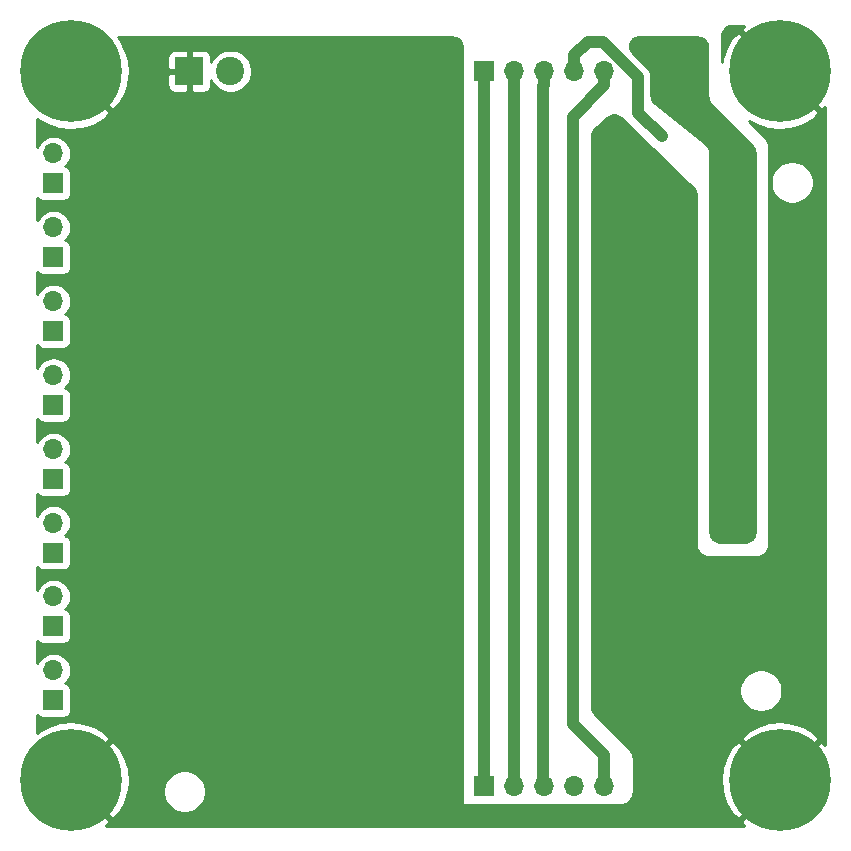
<source format=gbr>
G04 #@! TF.GenerationSoftware,KiCad,Pcbnew,(5.1.4-0-10_14)*
G04 #@! TF.CreationDate,2020-11-17T21:22:23+01:00*
G04 #@! TF.ProjectId,output_driver,6f757470-7574-45f6-9472-697665722e6b,rev?*
G04 #@! TF.SameCoordinates,Original*
G04 #@! TF.FileFunction,Copper,L2,Bot*
G04 #@! TF.FilePolarity,Positive*
%FSLAX46Y46*%
G04 Gerber Fmt 4.6, Leading zero omitted, Abs format (unit mm)*
G04 Created by KiCad (PCBNEW (5.1.4-0-10_14)) date 2020-11-17 21:22:23*
%MOMM*%
%LPD*%
G04 APERTURE LIST*
%ADD10O,1.700000X1.700000*%
%ADD11R,1.700000X1.700000*%
%ADD12C,0.900000*%
%ADD13C,8.600000*%
%ADD14C,2.400000*%
%ADD15R,2.400000X2.400000*%
%ADD16C,0.800000*%
%ADD17C,1.000000*%
%ADD18C,0.254000*%
G04 APERTURE END LIST*
D10*
X105160000Y-115500000D03*
X102620000Y-115500000D03*
X100080000Y-115500000D03*
X97540000Y-115500000D03*
D11*
X95000000Y-115500000D03*
D12*
X122280419Y-52719581D03*
X120000000Y-51775000D03*
X117719581Y-52719581D03*
X116775000Y-55000000D03*
X117719581Y-57280419D03*
X120000000Y-58225000D03*
X122280419Y-57280419D03*
X123225000Y-55000000D03*
D13*
X120000000Y-55000000D03*
D12*
X122280419Y-112719581D03*
X120000000Y-111775000D03*
X117719581Y-112719581D03*
X116775000Y-115000000D03*
X117719581Y-117280419D03*
X120000000Y-118225000D03*
X122280419Y-117280419D03*
X123225000Y-115000000D03*
D13*
X120000000Y-115000000D03*
D12*
X62280419Y-52719581D03*
X60000000Y-51775000D03*
X57719581Y-52719581D03*
X56775000Y-55000000D03*
X57719581Y-57280419D03*
X60000000Y-58225000D03*
X62280419Y-57280419D03*
X63225000Y-55000000D03*
D13*
X60000000Y-55000000D03*
D12*
X62280419Y-112719581D03*
X60000000Y-111775000D03*
X57719581Y-112719581D03*
X56775000Y-115000000D03*
X57719581Y-117280419D03*
X60000000Y-118225000D03*
X62280419Y-117280419D03*
X63225000Y-115000000D03*
D13*
X60000000Y-115000000D03*
D11*
X58500000Y-64500000D03*
D10*
X58500000Y-61960000D03*
X58500000Y-105710000D03*
D11*
X58500000Y-108250000D03*
D10*
X58500000Y-99460000D03*
D11*
X58500000Y-102000000D03*
D10*
X58500000Y-93210000D03*
D11*
X58500000Y-95750000D03*
D10*
X58500000Y-87000000D03*
D11*
X58500000Y-89540000D03*
D10*
X58500000Y-80710000D03*
D11*
X58500000Y-83250000D03*
D10*
X58500000Y-74460000D03*
D11*
X58500000Y-77000000D03*
X58500000Y-70750000D03*
D10*
X58500000Y-68210000D03*
X105160000Y-55000000D03*
X102620000Y-55000000D03*
X100080000Y-55000000D03*
X97540000Y-55000000D03*
D11*
X95000000Y-55000000D03*
D14*
X73500000Y-55000000D03*
D15*
X70000000Y-55000000D03*
D16*
X86000000Y-55500000D03*
X88500000Y-55500000D03*
X88500000Y-54000000D03*
X86000000Y-54000000D03*
X78000000Y-53000000D03*
X66000000Y-53250000D03*
X92000000Y-53000000D03*
X65000000Y-58500000D03*
X66250000Y-55000000D03*
X66250000Y-57000000D03*
X88500000Y-103000000D03*
X86500000Y-101000000D03*
X84500000Y-98500000D03*
X86500000Y-96000000D03*
X88500000Y-94500000D03*
X88500000Y-98500000D03*
X91000000Y-98500000D03*
X91000000Y-96000000D03*
X91000000Y-101500000D03*
X84500000Y-73000000D03*
X86000000Y-75000000D03*
X88000000Y-77500000D03*
X86500000Y-70500000D03*
X89000000Y-69000000D03*
X88000000Y-73000000D03*
X91000000Y-73000000D03*
X91000000Y-70500000D03*
X91000000Y-76000000D03*
X67500000Y-117500000D03*
X72500000Y-118000000D03*
X77500000Y-118000000D03*
X82500000Y-118000000D03*
X87500000Y-118000000D03*
X92500000Y-118000000D03*
X92500000Y-114000000D03*
X87500000Y-114000000D03*
X82500000Y-114000000D03*
X77500000Y-114000000D03*
X72500000Y-114000000D03*
X67500000Y-115000000D03*
X121000000Y-62000000D03*
X121000000Y-67000000D03*
X121000000Y-71000000D03*
X121000000Y-75000000D03*
X121000000Y-79000000D03*
X121000000Y-91000000D03*
X121000000Y-95000000D03*
X121000000Y-99000000D03*
X121000000Y-103000000D03*
X121000000Y-106000000D03*
X111000000Y-116000000D03*
X109750000Y-96750000D03*
X112000000Y-99750000D03*
X109000000Y-73000000D03*
X112000000Y-74000000D03*
X78750000Y-54750000D03*
X111000000Y-55000000D03*
X113000000Y-57250000D03*
X114000000Y-59000000D03*
X113500000Y-53000000D03*
X109000000Y-53000000D03*
X114500000Y-83000000D03*
X115000000Y-85000000D03*
X117000000Y-88000000D03*
X115500000Y-87000000D03*
X102500000Y-75500000D03*
X102499980Y-100000020D03*
X110000000Y-60500000D03*
X100000000Y-74250000D03*
X99999990Y-98750010D03*
X97500000Y-73000000D03*
X97500000Y-97500010D03*
X95000000Y-71750000D03*
X95000000Y-96250000D03*
D17*
X105160000Y-56202081D02*
X102500000Y-58862081D01*
X105160000Y-55000000D02*
X105160000Y-56202081D01*
X102500000Y-58862081D02*
X102500000Y-75500000D01*
X102500000Y-97750000D02*
X102500000Y-75500000D01*
X102499980Y-100000020D02*
X102500000Y-97750000D01*
X102499980Y-100000020D02*
X102499980Y-110249980D01*
X105160000Y-112910000D02*
X102499980Y-110249980D01*
X105160000Y-115500000D02*
X105160000Y-112910000D01*
X102620000Y-55000000D02*
X102620000Y-53620000D01*
X102620000Y-53620000D02*
X103740000Y-52500000D01*
X105028002Y-52500000D02*
X108000000Y-55471998D01*
X103740000Y-52500000D02*
X105028002Y-52500000D01*
X108000000Y-55471998D02*
X108000000Y-58500000D01*
X108000000Y-58500000D02*
X110000000Y-60500000D01*
X100080000Y-56202081D02*
X100000000Y-56282081D01*
X100080000Y-55000000D02*
X100080000Y-56202081D01*
X100000000Y-56282081D02*
X100000000Y-74250000D01*
X100000000Y-74250000D02*
X100000000Y-98750000D01*
X99999990Y-115419990D02*
X100080000Y-115500000D01*
X99999990Y-98750010D02*
X99999990Y-115419990D01*
X97540000Y-55000000D02*
X97540000Y-72960000D01*
X97500000Y-97500010D02*
X97500000Y-73000000D01*
X97500000Y-115460000D02*
X97540000Y-115500000D01*
X97500000Y-97500010D02*
X97500000Y-115460000D01*
X95000000Y-55000000D02*
X95000000Y-56850000D01*
X95000000Y-66250000D02*
X95000000Y-55000000D01*
X95000000Y-71750000D02*
X95000000Y-96250000D01*
X95000000Y-96250000D02*
X95000000Y-115500000D01*
X95000000Y-71750000D02*
X95000000Y-66250000D01*
D18*
G36*
X113170189Y-52144376D02*
G01*
X113333850Y-52194022D01*
X113484672Y-52274638D01*
X113616870Y-52383130D01*
X113725362Y-52515328D01*
X113805978Y-52666150D01*
X113855624Y-52829811D01*
X113873000Y-53006234D01*
X113873000Y-57085786D01*
X113873612Y-57098234D01*
X113892827Y-57293325D01*
X113897683Y-57317743D01*
X113954588Y-57505336D01*
X113964116Y-57528337D01*
X114056526Y-57701224D01*
X114070358Y-57721925D01*
X114194721Y-57873461D01*
X114203090Y-57882696D01*
X117612898Y-61292504D01*
X117725363Y-61429542D01*
X117805978Y-61580363D01*
X117855624Y-61744024D01*
X117873000Y-61920448D01*
X117873000Y-93993766D01*
X117855624Y-94170189D01*
X117805978Y-94333850D01*
X117725362Y-94484672D01*
X117616870Y-94616870D01*
X117484672Y-94725362D01*
X117333850Y-94805978D01*
X117170189Y-94855624D01*
X116993766Y-94873000D01*
X115006234Y-94873000D01*
X114829811Y-94855624D01*
X114666150Y-94805978D01*
X114515328Y-94725362D01*
X114383130Y-94616870D01*
X114274638Y-94484672D01*
X114194022Y-94333850D01*
X114144376Y-94170189D01*
X114127000Y-93993766D01*
X114127000Y-61980625D01*
X114126204Y-61966430D01*
X114101218Y-61744285D01*
X114094911Y-61716604D01*
X114021200Y-61505560D01*
X114008902Y-61479972D01*
X113890151Y-61290576D01*
X113872476Y-61268359D01*
X113714619Y-61110075D01*
X113704031Y-61100586D01*
X109460204Y-57705524D01*
X109317458Y-57562392D01*
X109213884Y-57397201D01*
X109149593Y-57213131D01*
X109135000Y-57083385D01*
X109135000Y-55527750D01*
X109140491Y-55471998D01*
X109118577Y-55249499D01*
X109107936Y-55214420D01*
X109107173Y-55206675D01*
X109102317Y-55182257D01*
X109045412Y-54994664D01*
X109035884Y-54971663D01*
X108943474Y-54798776D01*
X108929642Y-54778075D01*
X108805279Y-54626539D01*
X108796910Y-54617304D01*
X107508826Y-53329220D01*
X107410537Y-53207251D01*
X107343484Y-53073296D01*
X107306437Y-52928147D01*
X107301090Y-52778440D01*
X107327687Y-52631020D01*
X107385016Y-52492617D01*
X107470450Y-52369569D01*
X107580087Y-52267493D01*
X107708921Y-52191052D01*
X107851057Y-52143744D01*
X108006805Y-52127000D01*
X112993766Y-52127000D01*
X113170189Y-52144376D01*
X113170189Y-52144376D01*
G37*
X113170189Y-52144376D02*
X113333850Y-52194022D01*
X113484672Y-52274638D01*
X113616870Y-52383130D01*
X113725362Y-52515328D01*
X113805978Y-52666150D01*
X113855624Y-52829811D01*
X113873000Y-53006234D01*
X113873000Y-57085786D01*
X113873612Y-57098234D01*
X113892827Y-57293325D01*
X113897683Y-57317743D01*
X113954588Y-57505336D01*
X113964116Y-57528337D01*
X114056526Y-57701224D01*
X114070358Y-57721925D01*
X114194721Y-57873461D01*
X114203090Y-57882696D01*
X117612898Y-61292504D01*
X117725363Y-61429542D01*
X117805978Y-61580363D01*
X117855624Y-61744024D01*
X117873000Y-61920448D01*
X117873000Y-93993766D01*
X117855624Y-94170189D01*
X117805978Y-94333850D01*
X117725362Y-94484672D01*
X117616870Y-94616870D01*
X117484672Y-94725362D01*
X117333850Y-94805978D01*
X117170189Y-94855624D01*
X116993766Y-94873000D01*
X115006234Y-94873000D01*
X114829811Y-94855624D01*
X114666150Y-94805978D01*
X114515328Y-94725362D01*
X114383130Y-94616870D01*
X114274638Y-94484672D01*
X114194022Y-94333850D01*
X114144376Y-94170189D01*
X114127000Y-93993766D01*
X114127000Y-61980625D01*
X114126204Y-61966430D01*
X114101218Y-61744285D01*
X114094911Y-61716604D01*
X114021200Y-61505560D01*
X114008902Y-61479972D01*
X113890151Y-61290576D01*
X113872476Y-61268359D01*
X113714619Y-61110075D01*
X113704031Y-61100586D01*
X109460204Y-57705524D01*
X109317458Y-57562392D01*
X109213884Y-57397201D01*
X109149593Y-57213131D01*
X109135000Y-57083385D01*
X109135000Y-55527750D01*
X109140491Y-55471998D01*
X109118577Y-55249499D01*
X109107936Y-55214420D01*
X109107173Y-55206675D01*
X109102317Y-55182257D01*
X109045412Y-54994664D01*
X109035884Y-54971663D01*
X108943474Y-54798776D01*
X108929642Y-54778075D01*
X108805279Y-54626539D01*
X108796910Y-54617304D01*
X107508826Y-53329220D01*
X107410537Y-53207251D01*
X107343484Y-53073296D01*
X107306437Y-52928147D01*
X107301090Y-52778440D01*
X107327687Y-52631020D01*
X107385016Y-52492617D01*
X107470450Y-52369569D01*
X107580087Y-52267493D01*
X107708921Y-52191052D01*
X107851057Y-52143744D01*
X108006805Y-52127000D01*
X112993766Y-52127000D01*
X113170189Y-52144376D01*
G36*
X92420189Y-52144376D02*
G01*
X92583850Y-52194022D01*
X92734672Y-52274638D01*
X92866870Y-52383130D01*
X92975362Y-52515328D01*
X93055978Y-52666150D01*
X93105624Y-52829811D01*
X93123000Y-53006234D01*
X93123000Y-117993766D01*
X93105624Y-118170189D01*
X93055978Y-118333850D01*
X92975362Y-118484672D01*
X92866870Y-118616870D01*
X92734672Y-118725362D01*
X92583850Y-118805978D01*
X92420189Y-118855624D01*
X92243766Y-118873000D01*
X62984399Y-118873000D01*
X63303213Y-118482818D01*
X60000000Y-115179605D01*
X59985858Y-115193748D01*
X59806253Y-115014143D01*
X59820395Y-115000000D01*
X60179605Y-115000000D01*
X63482818Y-118303213D01*
X64085149Y-117811054D01*
X64555063Y-116960067D01*
X64849929Y-116033757D01*
X64873885Y-115820433D01*
X67776822Y-115820433D01*
X67776822Y-116179567D01*
X67846885Y-116531802D01*
X67984320Y-116863599D01*
X68183845Y-117162208D01*
X68437792Y-117416155D01*
X68736401Y-117615680D01*
X69068198Y-117753115D01*
X69420433Y-117823178D01*
X69779567Y-117823178D01*
X70131802Y-117753115D01*
X70463599Y-117615680D01*
X70762208Y-117416155D01*
X71016155Y-117162208D01*
X71215680Y-116863599D01*
X71353115Y-116531802D01*
X71423178Y-116179567D01*
X71423178Y-115820433D01*
X71353115Y-115468198D01*
X71215680Y-115136401D01*
X71016155Y-114837792D01*
X70762208Y-114583845D01*
X70463599Y-114384320D01*
X70131802Y-114246885D01*
X69779567Y-114176822D01*
X69420433Y-114176822D01*
X69068198Y-114246885D01*
X68736401Y-114384320D01*
X68437792Y-114583845D01*
X68183845Y-114837792D01*
X67984320Y-115136401D01*
X67846885Y-115468198D01*
X67776822Y-115820433D01*
X64873885Y-115820433D01*
X64958414Y-115067719D01*
X64876351Y-114099079D01*
X64606893Y-113165062D01*
X64160394Y-112301560D01*
X64085149Y-112188946D01*
X63482818Y-111696787D01*
X60179605Y-115000000D01*
X59820395Y-115000000D01*
X59806253Y-114985858D01*
X59985858Y-114806253D01*
X60000000Y-114820395D01*
X63303213Y-111517182D01*
X62811054Y-110914851D01*
X61960067Y-110444937D01*
X61033757Y-110150071D01*
X60067719Y-110041586D01*
X59099079Y-110123649D01*
X58165062Y-110393107D01*
X57301560Y-110839606D01*
X57188946Y-110914851D01*
X57127000Y-110990664D01*
X57127000Y-109463678D01*
X57198815Y-109551185D01*
X57295506Y-109630537D01*
X57405820Y-109689502D01*
X57525518Y-109725812D01*
X57650000Y-109738072D01*
X59350000Y-109738072D01*
X59474482Y-109725812D01*
X59594180Y-109689502D01*
X59704494Y-109630537D01*
X59801185Y-109551185D01*
X59880537Y-109454494D01*
X59939502Y-109344180D01*
X59975812Y-109224482D01*
X59988072Y-109100000D01*
X59988072Y-107400000D01*
X59975812Y-107275518D01*
X59939502Y-107155820D01*
X59880537Y-107045506D01*
X59801185Y-106948815D01*
X59704494Y-106869463D01*
X59594180Y-106810498D01*
X59525313Y-106789607D01*
X59555134Y-106765134D01*
X59740706Y-106539014D01*
X59878599Y-106281034D01*
X59963513Y-106001111D01*
X59992185Y-105710000D01*
X59963513Y-105418889D01*
X59878599Y-105138966D01*
X59740706Y-104880986D01*
X59555134Y-104654866D01*
X59329014Y-104469294D01*
X59071034Y-104331401D01*
X58791111Y-104246487D01*
X58572950Y-104225000D01*
X58427050Y-104225000D01*
X58208889Y-104246487D01*
X57928966Y-104331401D01*
X57670986Y-104469294D01*
X57444866Y-104654866D01*
X57259294Y-104880986D01*
X57127000Y-105128491D01*
X57127000Y-103213678D01*
X57198815Y-103301185D01*
X57295506Y-103380537D01*
X57405820Y-103439502D01*
X57525518Y-103475812D01*
X57650000Y-103488072D01*
X59350000Y-103488072D01*
X59474482Y-103475812D01*
X59594180Y-103439502D01*
X59704494Y-103380537D01*
X59801185Y-103301185D01*
X59880537Y-103204494D01*
X59939502Y-103094180D01*
X59975812Y-102974482D01*
X59988072Y-102850000D01*
X59988072Y-101150000D01*
X59975812Y-101025518D01*
X59939502Y-100905820D01*
X59880537Y-100795506D01*
X59801185Y-100698815D01*
X59704494Y-100619463D01*
X59594180Y-100560498D01*
X59525313Y-100539607D01*
X59555134Y-100515134D01*
X59740706Y-100289014D01*
X59878599Y-100031034D01*
X59963513Y-99751111D01*
X59992185Y-99460000D01*
X59963513Y-99168889D01*
X59878599Y-98888966D01*
X59740706Y-98630986D01*
X59555134Y-98404866D01*
X59329014Y-98219294D01*
X59071034Y-98081401D01*
X58791111Y-97996487D01*
X58572950Y-97975000D01*
X58427050Y-97975000D01*
X58208889Y-97996487D01*
X57928966Y-98081401D01*
X57670986Y-98219294D01*
X57444866Y-98404866D01*
X57259294Y-98630986D01*
X57127000Y-98878491D01*
X57127000Y-96963678D01*
X57198815Y-97051185D01*
X57295506Y-97130537D01*
X57405820Y-97189502D01*
X57525518Y-97225812D01*
X57650000Y-97238072D01*
X59350000Y-97238072D01*
X59474482Y-97225812D01*
X59594180Y-97189502D01*
X59704494Y-97130537D01*
X59801185Y-97051185D01*
X59880537Y-96954494D01*
X59939502Y-96844180D01*
X59975812Y-96724482D01*
X59988072Y-96600000D01*
X59988072Y-94900000D01*
X59975812Y-94775518D01*
X59939502Y-94655820D01*
X59880537Y-94545506D01*
X59801185Y-94448815D01*
X59704494Y-94369463D01*
X59594180Y-94310498D01*
X59525313Y-94289607D01*
X59555134Y-94265134D01*
X59740706Y-94039014D01*
X59878599Y-93781034D01*
X59963513Y-93501111D01*
X59992185Y-93210000D01*
X59963513Y-92918889D01*
X59878599Y-92638966D01*
X59740706Y-92380986D01*
X59555134Y-92154866D01*
X59329014Y-91969294D01*
X59071034Y-91831401D01*
X58791111Y-91746487D01*
X58572950Y-91725000D01*
X58427050Y-91725000D01*
X58208889Y-91746487D01*
X57928966Y-91831401D01*
X57670986Y-91969294D01*
X57444866Y-92154866D01*
X57259294Y-92380986D01*
X57127000Y-92628491D01*
X57127000Y-90753678D01*
X57198815Y-90841185D01*
X57295506Y-90920537D01*
X57405820Y-90979502D01*
X57525518Y-91015812D01*
X57650000Y-91028072D01*
X59350000Y-91028072D01*
X59474482Y-91015812D01*
X59594180Y-90979502D01*
X59704494Y-90920537D01*
X59801185Y-90841185D01*
X59880537Y-90744494D01*
X59939502Y-90634180D01*
X59975812Y-90514482D01*
X59988072Y-90390000D01*
X59988072Y-88690000D01*
X59975812Y-88565518D01*
X59939502Y-88445820D01*
X59880537Y-88335506D01*
X59801185Y-88238815D01*
X59704494Y-88159463D01*
X59594180Y-88100498D01*
X59525313Y-88079607D01*
X59555134Y-88055134D01*
X59740706Y-87829014D01*
X59878599Y-87571034D01*
X59963513Y-87291111D01*
X59992185Y-87000000D01*
X59963513Y-86708889D01*
X59878599Y-86428966D01*
X59740706Y-86170986D01*
X59555134Y-85944866D01*
X59329014Y-85759294D01*
X59071034Y-85621401D01*
X58791111Y-85536487D01*
X58572950Y-85515000D01*
X58427050Y-85515000D01*
X58208889Y-85536487D01*
X57928966Y-85621401D01*
X57670986Y-85759294D01*
X57444866Y-85944866D01*
X57259294Y-86170986D01*
X57127000Y-86418491D01*
X57127000Y-84463678D01*
X57198815Y-84551185D01*
X57295506Y-84630537D01*
X57405820Y-84689502D01*
X57525518Y-84725812D01*
X57650000Y-84738072D01*
X59350000Y-84738072D01*
X59474482Y-84725812D01*
X59594180Y-84689502D01*
X59704494Y-84630537D01*
X59801185Y-84551185D01*
X59880537Y-84454494D01*
X59939502Y-84344180D01*
X59975812Y-84224482D01*
X59988072Y-84100000D01*
X59988072Y-82400000D01*
X59975812Y-82275518D01*
X59939502Y-82155820D01*
X59880537Y-82045506D01*
X59801185Y-81948815D01*
X59704494Y-81869463D01*
X59594180Y-81810498D01*
X59525313Y-81789607D01*
X59555134Y-81765134D01*
X59740706Y-81539014D01*
X59878599Y-81281034D01*
X59963513Y-81001111D01*
X59992185Y-80710000D01*
X59963513Y-80418889D01*
X59878599Y-80138966D01*
X59740706Y-79880986D01*
X59555134Y-79654866D01*
X59329014Y-79469294D01*
X59071034Y-79331401D01*
X58791111Y-79246487D01*
X58572950Y-79225000D01*
X58427050Y-79225000D01*
X58208889Y-79246487D01*
X57928966Y-79331401D01*
X57670986Y-79469294D01*
X57444866Y-79654866D01*
X57259294Y-79880986D01*
X57127000Y-80128491D01*
X57127000Y-78213678D01*
X57198815Y-78301185D01*
X57295506Y-78380537D01*
X57405820Y-78439502D01*
X57525518Y-78475812D01*
X57650000Y-78488072D01*
X59350000Y-78488072D01*
X59474482Y-78475812D01*
X59594180Y-78439502D01*
X59704494Y-78380537D01*
X59801185Y-78301185D01*
X59880537Y-78204494D01*
X59939502Y-78094180D01*
X59975812Y-77974482D01*
X59988072Y-77850000D01*
X59988072Y-76150000D01*
X59975812Y-76025518D01*
X59939502Y-75905820D01*
X59880537Y-75795506D01*
X59801185Y-75698815D01*
X59704494Y-75619463D01*
X59594180Y-75560498D01*
X59525313Y-75539607D01*
X59555134Y-75515134D01*
X59740706Y-75289014D01*
X59878599Y-75031034D01*
X59963513Y-74751111D01*
X59992185Y-74460000D01*
X59963513Y-74168889D01*
X59878599Y-73888966D01*
X59740706Y-73630986D01*
X59555134Y-73404866D01*
X59329014Y-73219294D01*
X59071034Y-73081401D01*
X58791111Y-72996487D01*
X58572950Y-72975000D01*
X58427050Y-72975000D01*
X58208889Y-72996487D01*
X57928966Y-73081401D01*
X57670986Y-73219294D01*
X57444866Y-73404866D01*
X57259294Y-73630986D01*
X57127000Y-73878491D01*
X57127000Y-71963678D01*
X57198815Y-72051185D01*
X57295506Y-72130537D01*
X57405820Y-72189502D01*
X57525518Y-72225812D01*
X57650000Y-72238072D01*
X59350000Y-72238072D01*
X59474482Y-72225812D01*
X59594180Y-72189502D01*
X59704494Y-72130537D01*
X59801185Y-72051185D01*
X59880537Y-71954494D01*
X59939502Y-71844180D01*
X59975812Y-71724482D01*
X59988072Y-71600000D01*
X59988072Y-69900000D01*
X59975812Y-69775518D01*
X59939502Y-69655820D01*
X59880537Y-69545506D01*
X59801185Y-69448815D01*
X59704494Y-69369463D01*
X59594180Y-69310498D01*
X59525313Y-69289607D01*
X59555134Y-69265134D01*
X59740706Y-69039014D01*
X59878599Y-68781034D01*
X59963513Y-68501111D01*
X59992185Y-68210000D01*
X59963513Y-67918889D01*
X59878599Y-67638966D01*
X59740706Y-67380986D01*
X59555134Y-67154866D01*
X59329014Y-66969294D01*
X59071034Y-66831401D01*
X58791111Y-66746487D01*
X58572950Y-66725000D01*
X58427050Y-66725000D01*
X58208889Y-66746487D01*
X57928966Y-66831401D01*
X57670986Y-66969294D01*
X57444866Y-67154866D01*
X57259294Y-67380986D01*
X57127000Y-67628491D01*
X57127000Y-65713678D01*
X57198815Y-65801185D01*
X57295506Y-65880537D01*
X57405820Y-65939502D01*
X57525518Y-65975812D01*
X57650000Y-65988072D01*
X59350000Y-65988072D01*
X59474482Y-65975812D01*
X59594180Y-65939502D01*
X59704494Y-65880537D01*
X59801185Y-65801185D01*
X59880537Y-65704494D01*
X59939502Y-65594180D01*
X59975812Y-65474482D01*
X59988072Y-65350000D01*
X59988072Y-63650000D01*
X59975812Y-63525518D01*
X59939502Y-63405820D01*
X59880537Y-63295506D01*
X59801185Y-63198815D01*
X59704494Y-63119463D01*
X59594180Y-63060498D01*
X59525313Y-63039607D01*
X59555134Y-63015134D01*
X59740706Y-62789014D01*
X59878599Y-62531034D01*
X59963513Y-62251111D01*
X59992185Y-61960000D01*
X59963513Y-61668889D01*
X59878599Y-61388966D01*
X59740706Y-61130986D01*
X59555134Y-60904866D01*
X59329014Y-60719294D01*
X59071034Y-60581401D01*
X58791111Y-60496487D01*
X58572950Y-60475000D01*
X58427050Y-60475000D01*
X58208889Y-60496487D01*
X57928966Y-60581401D01*
X57670986Y-60719294D01*
X57444866Y-60904866D01*
X57259294Y-61130986D01*
X57127000Y-61378491D01*
X57127000Y-59009336D01*
X57188946Y-59085149D01*
X58039933Y-59555063D01*
X58966243Y-59849929D01*
X59932281Y-59958414D01*
X60900921Y-59876351D01*
X61834938Y-59606893D01*
X62698440Y-59160394D01*
X62811054Y-59085149D01*
X63303213Y-58482818D01*
X60000000Y-55179605D01*
X59985858Y-55193748D01*
X59806253Y-55014143D01*
X59820395Y-55000000D01*
X59806253Y-54985858D01*
X59985858Y-54806253D01*
X60000000Y-54820395D01*
X60014143Y-54806253D01*
X60193748Y-54985858D01*
X60179605Y-55000000D01*
X63482818Y-58303213D01*
X64085149Y-57811054D01*
X64555063Y-56960067D01*
X64797009Y-56200000D01*
X68161928Y-56200000D01*
X68174188Y-56324482D01*
X68210498Y-56444180D01*
X68269463Y-56554494D01*
X68348815Y-56651185D01*
X68445506Y-56730537D01*
X68555820Y-56789502D01*
X68675518Y-56825812D01*
X68800000Y-56838072D01*
X69714250Y-56835000D01*
X69873000Y-56676250D01*
X69873000Y-55127000D01*
X68323750Y-55127000D01*
X68165000Y-55285750D01*
X68161928Y-56200000D01*
X64797009Y-56200000D01*
X64849929Y-56033757D01*
X64958414Y-55067719D01*
X64876351Y-54099079D01*
X64790069Y-53800000D01*
X68161928Y-53800000D01*
X68165000Y-54714250D01*
X68323750Y-54873000D01*
X69873000Y-54873000D01*
X69873000Y-53323750D01*
X70127000Y-53323750D01*
X70127000Y-54873000D01*
X70147000Y-54873000D01*
X70147000Y-55127000D01*
X70127000Y-55127000D01*
X70127000Y-56676250D01*
X70285750Y-56835000D01*
X71200000Y-56838072D01*
X71324482Y-56825812D01*
X71444180Y-56789502D01*
X71554494Y-56730537D01*
X71651185Y-56651185D01*
X71730537Y-56554494D01*
X71789502Y-56444180D01*
X71825812Y-56324482D01*
X71838072Y-56200000D01*
X71836659Y-55779426D01*
X71873844Y-55869199D01*
X72074662Y-56169744D01*
X72330256Y-56425338D01*
X72630801Y-56626156D01*
X72964750Y-56764482D01*
X73319268Y-56835000D01*
X73680732Y-56835000D01*
X74035250Y-56764482D01*
X74369199Y-56626156D01*
X74669744Y-56425338D01*
X74925338Y-56169744D01*
X75126156Y-55869199D01*
X75264482Y-55535250D01*
X75335000Y-55180732D01*
X75335000Y-54819268D01*
X75264482Y-54464750D01*
X75126156Y-54130801D01*
X74925338Y-53830256D01*
X74669744Y-53574662D01*
X74369199Y-53373844D01*
X74035250Y-53235518D01*
X73680732Y-53165000D01*
X73319268Y-53165000D01*
X72964750Y-53235518D01*
X72630801Y-53373844D01*
X72330256Y-53574662D01*
X72074662Y-53830256D01*
X71873844Y-54130801D01*
X71836659Y-54220574D01*
X71838072Y-53800000D01*
X71825812Y-53675518D01*
X71789502Y-53555820D01*
X71730537Y-53445506D01*
X71651185Y-53348815D01*
X71554494Y-53269463D01*
X71444180Y-53210498D01*
X71324482Y-53174188D01*
X71200000Y-53161928D01*
X70285750Y-53165000D01*
X70127000Y-53323750D01*
X69873000Y-53323750D01*
X69714250Y-53165000D01*
X68800000Y-53161928D01*
X68675518Y-53174188D01*
X68555820Y-53210498D01*
X68445506Y-53269463D01*
X68348815Y-53348815D01*
X68269463Y-53445506D01*
X68210498Y-53555820D01*
X68174188Y-53675518D01*
X68161928Y-53800000D01*
X64790069Y-53800000D01*
X64606893Y-53165062D01*
X64160394Y-52301560D01*
X64085149Y-52188946D01*
X64009336Y-52127000D01*
X92243766Y-52127000D01*
X92420189Y-52144376D01*
X92420189Y-52144376D01*
G37*
X92420189Y-52144376D02*
X92583850Y-52194022D01*
X92734672Y-52274638D01*
X92866870Y-52383130D01*
X92975362Y-52515328D01*
X93055978Y-52666150D01*
X93105624Y-52829811D01*
X93123000Y-53006234D01*
X93123000Y-117993766D01*
X93105624Y-118170189D01*
X93055978Y-118333850D01*
X92975362Y-118484672D01*
X92866870Y-118616870D01*
X92734672Y-118725362D01*
X92583850Y-118805978D01*
X92420189Y-118855624D01*
X92243766Y-118873000D01*
X62984399Y-118873000D01*
X63303213Y-118482818D01*
X60000000Y-115179605D01*
X59985858Y-115193748D01*
X59806253Y-115014143D01*
X59820395Y-115000000D01*
X60179605Y-115000000D01*
X63482818Y-118303213D01*
X64085149Y-117811054D01*
X64555063Y-116960067D01*
X64849929Y-116033757D01*
X64873885Y-115820433D01*
X67776822Y-115820433D01*
X67776822Y-116179567D01*
X67846885Y-116531802D01*
X67984320Y-116863599D01*
X68183845Y-117162208D01*
X68437792Y-117416155D01*
X68736401Y-117615680D01*
X69068198Y-117753115D01*
X69420433Y-117823178D01*
X69779567Y-117823178D01*
X70131802Y-117753115D01*
X70463599Y-117615680D01*
X70762208Y-117416155D01*
X71016155Y-117162208D01*
X71215680Y-116863599D01*
X71353115Y-116531802D01*
X71423178Y-116179567D01*
X71423178Y-115820433D01*
X71353115Y-115468198D01*
X71215680Y-115136401D01*
X71016155Y-114837792D01*
X70762208Y-114583845D01*
X70463599Y-114384320D01*
X70131802Y-114246885D01*
X69779567Y-114176822D01*
X69420433Y-114176822D01*
X69068198Y-114246885D01*
X68736401Y-114384320D01*
X68437792Y-114583845D01*
X68183845Y-114837792D01*
X67984320Y-115136401D01*
X67846885Y-115468198D01*
X67776822Y-115820433D01*
X64873885Y-115820433D01*
X64958414Y-115067719D01*
X64876351Y-114099079D01*
X64606893Y-113165062D01*
X64160394Y-112301560D01*
X64085149Y-112188946D01*
X63482818Y-111696787D01*
X60179605Y-115000000D01*
X59820395Y-115000000D01*
X59806253Y-114985858D01*
X59985858Y-114806253D01*
X60000000Y-114820395D01*
X63303213Y-111517182D01*
X62811054Y-110914851D01*
X61960067Y-110444937D01*
X61033757Y-110150071D01*
X60067719Y-110041586D01*
X59099079Y-110123649D01*
X58165062Y-110393107D01*
X57301560Y-110839606D01*
X57188946Y-110914851D01*
X57127000Y-110990664D01*
X57127000Y-109463678D01*
X57198815Y-109551185D01*
X57295506Y-109630537D01*
X57405820Y-109689502D01*
X57525518Y-109725812D01*
X57650000Y-109738072D01*
X59350000Y-109738072D01*
X59474482Y-109725812D01*
X59594180Y-109689502D01*
X59704494Y-109630537D01*
X59801185Y-109551185D01*
X59880537Y-109454494D01*
X59939502Y-109344180D01*
X59975812Y-109224482D01*
X59988072Y-109100000D01*
X59988072Y-107400000D01*
X59975812Y-107275518D01*
X59939502Y-107155820D01*
X59880537Y-107045506D01*
X59801185Y-106948815D01*
X59704494Y-106869463D01*
X59594180Y-106810498D01*
X59525313Y-106789607D01*
X59555134Y-106765134D01*
X59740706Y-106539014D01*
X59878599Y-106281034D01*
X59963513Y-106001111D01*
X59992185Y-105710000D01*
X59963513Y-105418889D01*
X59878599Y-105138966D01*
X59740706Y-104880986D01*
X59555134Y-104654866D01*
X59329014Y-104469294D01*
X59071034Y-104331401D01*
X58791111Y-104246487D01*
X58572950Y-104225000D01*
X58427050Y-104225000D01*
X58208889Y-104246487D01*
X57928966Y-104331401D01*
X57670986Y-104469294D01*
X57444866Y-104654866D01*
X57259294Y-104880986D01*
X57127000Y-105128491D01*
X57127000Y-103213678D01*
X57198815Y-103301185D01*
X57295506Y-103380537D01*
X57405820Y-103439502D01*
X57525518Y-103475812D01*
X57650000Y-103488072D01*
X59350000Y-103488072D01*
X59474482Y-103475812D01*
X59594180Y-103439502D01*
X59704494Y-103380537D01*
X59801185Y-103301185D01*
X59880537Y-103204494D01*
X59939502Y-103094180D01*
X59975812Y-102974482D01*
X59988072Y-102850000D01*
X59988072Y-101150000D01*
X59975812Y-101025518D01*
X59939502Y-100905820D01*
X59880537Y-100795506D01*
X59801185Y-100698815D01*
X59704494Y-100619463D01*
X59594180Y-100560498D01*
X59525313Y-100539607D01*
X59555134Y-100515134D01*
X59740706Y-100289014D01*
X59878599Y-100031034D01*
X59963513Y-99751111D01*
X59992185Y-99460000D01*
X59963513Y-99168889D01*
X59878599Y-98888966D01*
X59740706Y-98630986D01*
X59555134Y-98404866D01*
X59329014Y-98219294D01*
X59071034Y-98081401D01*
X58791111Y-97996487D01*
X58572950Y-97975000D01*
X58427050Y-97975000D01*
X58208889Y-97996487D01*
X57928966Y-98081401D01*
X57670986Y-98219294D01*
X57444866Y-98404866D01*
X57259294Y-98630986D01*
X57127000Y-98878491D01*
X57127000Y-96963678D01*
X57198815Y-97051185D01*
X57295506Y-97130537D01*
X57405820Y-97189502D01*
X57525518Y-97225812D01*
X57650000Y-97238072D01*
X59350000Y-97238072D01*
X59474482Y-97225812D01*
X59594180Y-97189502D01*
X59704494Y-97130537D01*
X59801185Y-97051185D01*
X59880537Y-96954494D01*
X59939502Y-96844180D01*
X59975812Y-96724482D01*
X59988072Y-96600000D01*
X59988072Y-94900000D01*
X59975812Y-94775518D01*
X59939502Y-94655820D01*
X59880537Y-94545506D01*
X59801185Y-94448815D01*
X59704494Y-94369463D01*
X59594180Y-94310498D01*
X59525313Y-94289607D01*
X59555134Y-94265134D01*
X59740706Y-94039014D01*
X59878599Y-93781034D01*
X59963513Y-93501111D01*
X59992185Y-93210000D01*
X59963513Y-92918889D01*
X59878599Y-92638966D01*
X59740706Y-92380986D01*
X59555134Y-92154866D01*
X59329014Y-91969294D01*
X59071034Y-91831401D01*
X58791111Y-91746487D01*
X58572950Y-91725000D01*
X58427050Y-91725000D01*
X58208889Y-91746487D01*
X57928966Y-91831401D01*
X57670986Y-91969294D01*
X57444866Y-92154866D01*
X57259294Y-92380986D01*
X57127000Y-92628491D01*
X57127000Y-90753678D01*
X57198815Y-90841185D01*
X57295506Y-90920537D01*
X57405820Y-90979502D01*
X57525518Y-91015812D01*
X57650000Y-91028072D01*
X59350000Y-91028072D01*
X59474482Y-91015812D01*
X59594180Y-90979502D01*
X59704494Y-90920537D01*
X59801185Y-90841185D01*
X59880537Y-90744494D01*
X59939502Y-90634180D01*
X59975812Y-90514482D01*
X59988072Y-90390000D01*
X59988072Y-88690000D01*
X59975812Y-88565518D01*
X59939502Y-88445820D01*
X59880537Y-88335506D01*
X59801185Y-88238815D01*
X59704494Y-88159463D01*
X59594180Y-88100498D01*
X59525313Y-88079607D01*
X59555134Y-88055134D01*
X59740706Y-87829014D01*
X59878599Y-87571034D01*
X59963513Y-87291111D01*
X59992185Y-87000000D01*
X59963513Y-86708889D01*
X59878599Y-86428966D01*
X59740706Y-86170986D01*
X59555134Y-85944866D01*
X59329014Y-85759294D01*
X59071034Y-85621401D01*
X58791111Y-85536487D01*
X58572950Y-85515000D01*
X58427050Y-85515000D01*
X58208889Y-85536487D01*
X57928966Y-85621401D01*
X57670986Y-85759294D01*
X57444866Y-85944866D01*
X57259294Y-86170986D01*
X57127000Y-86418491D01*
X57127000Y-84463678D01*
X57198815Y-84551185D01*
X57295506Y-84630537D01*
X57405820Y-84689502D01*
X57525518Y-84725812D01*
X57650000Y-84738072D01*
X59350000Y-84738072D01*
X59474482Y-84725812D01*
X59594180Y-84689502D01*
X59704494Y-84630537D01*
X59801185Y-84551185D01*
X59880537Y-84454494D01*
X59939502Y-84344180D01*
X59975812Y-84224482D01*
X59988072Y-84100000D01*
X59988072Y-82400000D01*
X59975812Y-82275518D01*
X59939502Y-82155820D01*
X59880537Y-82045506D01*
X59801185Y-81948815D01*
X59704494Y-81869463D01*
X59594180Y-81810498D01*
X59525313Y-81789607D01*
X59555134Y-81765134D01*
X59740706Y-81539014D01*
X59878599Y-81281034D01*
X59963513Y-81001111D01*
X59992185Y-80710000D01*
X59963513Y-80418889D01*
X59878599Y-80138966D01*
X59740706Y-79880986D01*
X59555134Y-79654866D01*
X59329014Y-79469294D01*
X59071034Y-79331401D01*
X58791111Y-79246487D01*
X58572950Y-79225000D01*
X58427050Y-79225000D01*
X58208889Y-79246487D01*
X57928966Y-79331401D01*
X57670986Y-79469294D01*
X57444866Y-79654866D01*
X57259294Y-79880986D01*
X57127000Y-80128491D01*
X57127000Y-78213678D01*
X57198815Y-78301185D01*
X57295506Y-78380537D01*
X57405820Y-78439502D01*
X57525518Y-78475812D01*
X57650000Y-78488072D01*
X59350000Y-78488072D01*
X59474482Y-78475812D01*
X59594180Y-78439502D01*
X59704494Y-78380537D01*
X59801185Y-78301185D01*
X59880537Y-78204494D01*
X59939502Y-78094180D01*
X59975812Y-77974482D01*
X59988072Y-77850000D01*
X59988072Y-76150000D01*
X59975812Y-76025518D01*
X59939502Y-75905820D01*
X59880537Y-75795506D01*
X59801185Y-75698815D01*
X59704494Y-75619463D01*
X59594180Y-75560498D01*
X59525313Y-75539607D01*
X59555134Y-75515134D01*
X59740706Y-75289014D01*
X59878599Y-75031034D01*
X59963513Y-74751111D01*
X59992185Y-74460000D01*
X59963513Y-74168889D01*
X59878599Y-73888966D01*
X59740706Y-73630986D01*
X59555134Y-73404866D01*
X59329014Y-73219294D01*
X59071034Y-73081401D01*
X58791111Y-72996487D01*
X58572950Y-72975000D01*
X58427050Y-72975000D01*
X58208889Y-72996487D01*
X57928966Y-73081401D01*
X57670986Y-73219294D01*
X57444866Y-73404866D01*
X57259294Y-73630986D01*
X57127000Y-73878491D01*
X57127000Y-71963678D01*
X57198815Y-72051185D01*
X57295506Y-72130537D01*
X57405820Y-72189502D01*
X57525518Y-72225812D01*
X57650000Y-72238072D01*
X59350000Y-72238072D01*
X59474482Y-72225812D01*
X59594180Y-72189502D01*
X59704494Y-72130537D01*
X59801185Y-72051185D01*
X59880537Y-71954494D01*
X59939502Y-71844180D01*
X59975812Y-71724482D01*
X59988072Y-71600000D01*
X59988072Y-69900000D01*
X59975812Y-69775518D01*
X59939502Y-69655820D01*
X59880537Y-69545506D01*
X59801185Y-69448815D01*
X59704494Y-69369463D01*
X59594180Y-69310498D01*
X59525313Y-69289607D01*
X59555134Y-69265134D01*
X59740706Y-69039014D01*
X59878599Y-68781034D01*
X59963513Y-68501111D01*
X59992185Y-68210000D01*
X59963513Y-67918889D01*
X59878599Y-67638966D01*
X59740706Y-67380986D01*
X59555134Y-67154866D01*
X59329014Y-66969294D01*
X59071034Y-66831401D01*
X58791111Y-66746487D01*
X58572950Y-66725000D01*
X58427050Y-66725000D01*
X58208889Y-66746487D01*
X57928966Y-66831401D01*
X57670986Y-66969294D01*
X57444866Y-67154866D01*
X57259294Y-67380986D01*
X57127000Y-67628491D01*
X57127000Y-65713678D01*
X57198815Y-65801185D01*
X57295506Y-65880537D01*
X57405820Y-65939502D01*
X57525518Y-65975812D01*
X57650000Y-65988072D01*
X59350000Y-65988072D01*
X59474482Y-65975812D01*
X59594180Y-65939502D01*
X59704494Y-65880537D01*
X59801185Y-65801185D01*
X59880537Y-65704494D01*
X59939502Y-65594180D01*
X59975812Y-65474482D01*
X59988072Y-65350000D01*
X59988072Y-63650000D01*
X59975812Y-63525518D01*
X59939502Y-63405820D01*
X59880537Y-63295506D01*
X59801185Y-63198815D01*
X59704494Y-63119463D01*
X59594180Y-63060498D01*
X59525313Y-63039607D01*
X59555134Y-63015134D01*
X59740706Y-62789014D01*
X59878599Y-62531034D01*
X59963513Y-62251111D01*
X59992185Y-61960000D01*
X59963513Y-61668889D01*
X59878599Y-61388966D01*
X59740706Y-61130986D01*
X59555134Y-60904866D01*
X59329014Y-60719294D01*
X59071034Y-60581401D01*
X58791111Y-60496487D01*
X58572950Y-60475000D01*
X58427050Y-60475000D01*
X58208889Y-60496487D01*
X57928966Y-60581401D01*
X57670986Y-60719294D01*
X57444866Y-60904866D01*
X57259294Y-61130986D01*
X57127000Y-61378491D01*
X57127000Y-59009336D01*
X57188946Y-59085149D01*
X58039933Y-59555063D01*
X58966243Y-59849929D01*
X59932281Y-59958414D01*
X60900921Y-59876351D01*
X61834938Y-59606893D01*
X62698440Y-59160394D01*
X62811054Y-59085149D01*
X63303213Y-58482818D01*
X60000000Y-55179605D01*
X59985858Y-55193748D01*
X59806253Y-55014143D01*
X59820395Y-55000000D01*
X59806253Y-54985858D01*
X59985858Y-54806253D01*
X60000000Y-54820395D01*
X60014143Y-54806253D01*
X60193748Y-54985858D01*
X60179605Y-55000000D01*
X63482818Y-58303213D01*
X64085149Y-57811054D01*
X64555063Y-56960067D01*
X64797009Y-56200000D01*
X68161928Y-56200000D01*
X68174188Y-56324482D01*
X68210498Y-56444180D01*
X68269463Y-56554494D01*
X68348815Y-56651185D01*
X68445506Y-56730537D01*
X68555820Y-56789502D01*
X68675518Y-56825812D01*
X68800000Y-56838072D01*
X69714250Y-56835000D01*
X69873000Y-56676250D01*
X69873000Y-55127000D01*
X68323750Y-55127000D01*
X68165000Y-55285750D01*
X68161928Y-56200000D01*
X64797009Y-56200000D01*
X64849929Y-56033757D01*
X64958414Y-55067719D01*
X64876351Y-54099079D01*
X64790069Y-53800000D01*
X68161928Y-53800000D01*
X68165000Y-54714250D01*
X68323750Y-54873000D01*
X69873000Y-54873000D01*
X69873000Y-53323750D01*
X70127000Y-53323750D01*
X70127000Y-54873000D01*
X70147000Y-54873000D01*
X70147000Y-55127000D01*
X70127000Y-55127000D01*
X70127000Y-56676250D01*
X70285750Y-56835000D01*
X71200000Y-56838072D01*
X71324482Y-56825812D01*
X71444180Y-56789502D01*
X71554494Y-56730537D01*
X71651185Y-56651185D01*
X71730537Y-56554494D01*
X71789502Y-56444180D01*
X71825812Y-56324482D01*
X71838072Y-56200000D01*
X71836659Y-55779426D01*
X71873844Y-55869199D01*
X72074662Y-56169744D01*
X72330256Y-56425338D01*
X72630801Y-56626156D01*
X72964750Y-56764482D01*
X73319268Y-56835000D01*
X73680732Y-56835000D01*
X74035250Y-56764482D01*
X74369199Y-56626156D01*
X74669744Y-56425338D01*
X74925338Y-56169744D01*
X75126156Y-55869199D01*
X75264482Y-55535250D01*
X75335000Y-55180732D01*
X75335000Y-54819268D01*
X75264482Y-54464750D01*
X75126156Y-54130801D01*
X74925338Y-53830256D01*
X74669744Y-53574662D01*
X74369199Y-53373844D01*
X74035250Y-53235518D01*
X73680732Y-53165000D01*
X73319268Y-53165000D01*
X72964750Y-53235518D01*
X72630801Y-53373844D01*
X72330256Y-53574662D01*
X72074662Y-53830256D01*
X71873844Y-54130801D01*
X71836659Y-54220574D01*
X71838072Y-53800000D01*
X71825812Y-53675518D01*
X71789502Y-53555820D01*
X71730537Y-53445506D01*
X71651185Y-53348815D01*
X71554494Y-53269463D01*
X71444180Y-53210498D01*
X71324482Y-53174188D01*
X71200000Y-53161928D01*
X70285750Y-53165000D01*
X70127000Y-53323750D01*
X69873000Y-53323750D01*
X69714250Y-53165000D01*
X68800000Y-53161928D01*
X68675518Y-53174188D01*
X68555820Y-53210498D01*
X68445506Y-53269463D01*
X68348815Y-53348815D01*
X68269463Y-53445506D01*
X68210498Y-53555820D01*
X68174188Y-53675518D01*
X68161928Y-53800000D01*
X64790069Y-53800000D01*
X64606893Y-53165062D01*
X64160394Y-52301560D01*
X64085149Y-52188946D01*
X64009336Y-52127000D01*
X92243766Y-52127000D01*
X92420189Y-52144376D01*
G36*
X116696787Y-51517182D02*
G01*
X120000000Y-54820395D01*
X120014143Y-54806253D01*
X120193748Y-54985858D01*
X120179605Y-55000000D01*
X123482818Y-58303213D01*
X123873000Y-57984399D01*
X123873000Y-112015601D01*
X123482818Y-111696787D01*
X120179605Y-115000000D01*
X120193748Y-115014143D01*
X120014143Y-115193748D01*
X120000000Y-115179605D01*
X116696787Y-118482818D01*
X117015601Y-118873000D01*
X92006234Y-118873000D01*
X91829811Y-118855624D01*
X91666150Y-118805978D01*
X91515328Y-118725362D01*
X91383130Y-118616870D01*
X91274638Y-118484672D01*
X91194022Y-118333850D01*
X91144376Y-118170189D01*
X91127614Y-118000000D01*
X91144376Y-117829811D01*
X91194022Y-117666150D01*
X91274638Y-117515328D01*
X91383130Y-117383130D01*
X91515328Y-117274638D01*
X91666150Y-117194022D01*
X91829811Y-117144376D01*
X92006234Y-117127000D01*
X106500000Y-117127000D01*
X106512448Y-117126388D01*
X106707538Y-117107173D01*
X106731956Y-117102317D01*
X106919549Y-117045412D01*
X106942550Y-117035884D01*
X107115437Y-116943474D01*
X107136138Y-116929642D01*
X107287675Y-116805279D01*
X107305279Y-116787675D01*
X107429642Y-116636138D01*
X107443474Y-116615437D01*
X107535884Y-116442550D01*
X107545412Y-116419549D01*
X107602317Y-116231956D01*
X107607173Y-116207538D01*
X107626388Y-116012448D01*
X107627000Y-116000000D01*
X107627000Y-114932281D01*
X115041586Y-114932281D01*
X115123649Y-115900921D01*
X115393107Y-116834938D01*
X115839606Y-117698440D01*
X115914851Y-117811054D01*
X116517182Y-118303213D01*
X119820395Y-115000000D01*
X116517182Y-111696787D01*
X115914851Y-112188946D01*
X115444937Y-113039933D01*
X115150071Y-113966243D01*
X115041586Y-114932281D01*
X107627000Y-114932281D01*
X107627000Y-113164214D01*
X107626388Y-113151766D01*
X107607173Y-112956675D01*
X107602317Y-112932257D01*
X107545412Y-112744664D01*
X107535884Y-112721663D01*
X107443474Y-112548776D01*
X107429642Y-112528075D01*
X107305279Y-112376539D01*
X107296910Y-112367304D01*
X106446788Y-111517182D01*
X116696787Y-111517182D01*
X120000000Y-114820395D01*
X123303213Y-111517182D01*
X122811054Y-110914851D01*
X121960067Y-110444937D01*
X121033757Y-110150071D01*
X120067719Y-110041586D01*
X119099079Y-110123649D01*
X118165062Y-110393107D01*
X117301560Y-110839606D01*
X117188946Y-110914851D01*
X116696787Y-111517182D01*
X106446788Y-111517182D01*
X104387102Y-109457496D01*
X104274637Y-109320458D01*
X104194022Y-109169637D01*
X104144376Y-109005976D01*
X104127000Y-108829552D01*
X104127000Y-107268433D01*
X116576822Y-107268433D01*
X116576822Y-107627567D01*
X116646885Y-107979802D01*
X116784320Y-108311599D01*
X116983845Y-108610208D01*
X117237792Y-108864155D01*
X117536401Y-109063680D01*
X117868198Y-109201115D01*
X118220433Y-109271178D01*
X118579567Y-109271178D01*
X118931802Y-109201115D01*
X119263599Y-109063680D01*
X119562208Y-108864155D01*
X119816155Y-108610208D01*
X120015680Y-108311599D01*
X120153115Y-107979802D01*
X120223178Y-107627567D01*
X120223178Y-107268433D01*
X120153115Y-106916198D01*
X120015680Y-106584401D01*
X119816155Y-106285792D01*
X119562208Y-106031845D01*
X119263599Y-105832320D01*
X118931802Y-105694885D01*
X118579567Y-105624822D01*
X118220433Y-105624822D01*
X117868198Y-105694885D01*
X117536401Y-105832320D01*
X117237792Y-106031845D01*
X116983845Y-106285792D01*
X116784320Y-106584401D01*
X116646885Y-106916198D01*
X116576822Y-107268433D01*
X104127000Y-107268433D01*
X104127000Y-60460541D01*
X104147435Y-60269378D01*
X104205676Y-60093331D01*
X104299816Y-59933566D01*
X104430220Y-59792311D01*
X105387195Y-58954958D01*
X105543962Y-58844763D01*
X105714172Y-58772721D01*
X105895744Y-58738158D01*
X106080524Y-58742631D01*
X106260208Y-58785933D01*
X106426740Y-58866127D01*
X106577985Y-58983769D01*
X112601381Y-64792044D01*
X112718665Y-64930407D01*
X112802885Y-65083754D01*
X112854811Y-65250825D01*
X112873000Y-65431290D01*
X112873000Y-95000000D01*
X112873612Y-95012448D01*
X112892827Y-95207538D01*
X112897683Y-95231956D01*
X112954588Y-95419549D01*
X112964116Y-95442550D01*
X113056526Y-95615437D01*
X113070358Y-95636138D01*
X113194721Y-95787675D01*
X113212325Y-95805279D01*
X113363862Y-95929642D01*
X113384563Y-95943474D01*
X113557450Y-96035884D01*
X113580451Y-96045412D01*
X113768044Y-96102317D01*
X113792462Y-96107173D01*
X113987552Y-96126388D01*
X114000000Y-96127000D01*
X118000000Y-96127000D01*
X118012448Y-96126388D01*
X118207538Y-96107173D01*
X118231956Y-96102317D01*
X118419549Y-96045412D01*
X118442550Y-96035884D01*
X118615437Y-95943474D01*
X118636138Y-95929642D01*
X118787675Y-95805279D01*
X118805279Y-95787675D01*
X118929642Y-95636138D01*
X118943474Y-95615437D01*
X119035884Y-95442550D01*
X119045412Y-95419549D01*
X119102317Y-95231956D01*
X119107173Y-95207538D01*
X119126388Y-95012448D01*
X119127000Y-95000000D01*
X119127000Y-64220433D01*
X119224822Y-64220433D01*
X119224822Y-64579567D01*
X119294885Y-64931802D01*
X119432320Y-65263599D01*
X119631845Y-65562208D01*
X119885792Y-65816155D01*
X120184401Y-66015680D01*
X120516198Y-66153115D01*
X120868433Y-66223178D01*
X121227567Y-66223178D01*
X121579802Y-66153115D01*
X121911599Y-66015680D01*
X122210208Y-65816155D01*
X122464155Y-65562208D01*
X122663680Y-65263599D01*
X122801115Y-64931802D01*
X122871178Y-64579567D01*
X122871178Y-64220433D01*
X122801115Y-63868198D01*
X122663680Y-63536401D01*
X122464155Y-63237792D01*
X122210208Y-62983845D01*
X121911599Y-62784320D01*
X121579802Y-62646885D01*
X121227567Y-62576822D01*
X120868433Y-62576822D01*
X120516198Y-62646885D01*
X120184401Y-62784320D01*
X119885792Y-62983845D01*
X119631845Y-63237792D01*
X119432320Y-63536401D01*
X119294885Y-63868198D01*
X119224822Y-64220433D01*
X119127000Y-64220433D01*
X119127000Y-61414214D01*
X119126388Y-61401766D01*
X119107173Y-61206675D01*
X119102317Y-61182257D01*
X119045412Y-60994664D01*
X119035884Y-60971663D01*
X118943474Y-60798776D01*
X118929642Y-60778075D01*
X118805279Y-60626539D01*
X118796910Y-60617304D01*
X117358238Y-59178632D01*
X118039933Y-59555063D01*
X118966243Y-59849929D01*
X119932281Y-59958414D01*
X120900921Y-59876351D01*
X121834938Y-59606893D01*
X122698440Y-59160394D01*
X122811054Y-59085149D01*
X123303213Y-58482818D01*
X120000000Y-55179605D01*
X119985858Y-55193748D01*
X119806253Y-55014143D01*
X119820395Y-55000000D01*
X116517182Y-51696787D01*
X115914851Y-52188946D01*
X115444937Y-53039933D01*
X115150071Y-53966243D01*
X115127000Y-54171686D01*
X115127000Y-52006234D01*
X115144376Y-51829811D01*
X115194022Y-51666150D01*
X115274638Y-51515328D01*
X115383130Y-51383130D01*
X115515328Y-51274638D01*
X115666150Y-51194022D01*
X115829811Y-51144376D01*
X116006234Y-51127000D01*
X117015601Y-51127000D01*
X116696787Y-51517182D01*
X116696787Y-51517182D01*
G37*
X116696787Y-51517182D02*
X120000000Y-54820395D01*
X120014143Y-54806253D01*
X120193748Y-54985858D01*
X120179605Y-55000000D01*
X123482818Y-58303213D01*
X123873000Y-57984399D01*
X123873000Y-112015601D01*
X123482818Y-111696787D01*
X120179605Y-115000000D01*
X120193748Y-115014143D01*
X120014143Y-115193748D01*
X120000000Y-115179605D01*
X116696787Y-118482818D01*
X117015601Y-118873000D01*
X92006234Y-118873000D01*
X91829811Y-118855624D01*
X91666150Y-118805978D01*
X91515328Y-118725362D01*
X91383130Y-118616870D01*
X91274638Y-118484672D01*
X91194022Y-118333850D01*
X91144376Y-118170189D01*
X91127614Y-118000000D01*
X91144376Y-117829811D01*
X91194022Y-117666150D01*
X91274638Y-117515328D01*
X91383130Y-117383130D01*
X91515328Y-117274638D01*
X91666150Y-117194022D01*
X91829811Y-117144376D01*
X92006234Y-117127000D01*
X106500000Y-117127000D01*
X106512448Y-117126388D01*
X106707538Y-117107173D01*
X106731956Y-117102317D01*
X106919549Y-117045412D01*
X106942550Y-117035884D01*
X107115437Y-116943474D01*
X107136138Y-116929642D01*
X107287675Y-116805279D01*
X107305279Y-116787675D01*
X107429642Y-116636138D01*
X107443474Y-116615437D01*
X107535884Y-116442550D01*
X107545412Y-116419549D01*
X107602317Y-116231956D01*
X107607173Y-116207538D01*
X107626388Y-116012448D01*
X107627000Y-116000000D01*
X107627000Y-114932281D01*
X115041586Y-114932281D01*
X115123649Y-115900921D01*
X115393107Y-116834938D01*
X115839606Y-117698440D01*
X115914851Y-117811054D01*
X116517182Y-118303213D01*
X119820395Y-115000000D01*
X116517182Y-111696787D01*
X115914851Y-112188946D01*
X115444937Y-113039933D01*
X115150071Y-113966243D01*
X115041586Y-114932281D01*
X107627000Y-114932281D01*
X107627000Y-113164214D01*
X107626388Y-113151766D01*
X107607173Y-112956675D01*
X107602317Y-112932257D01*
X107545412Y-112744664D01*
X107535884Y-112721663D01*
X107443474Y-112548776D01*
X107429642Y-112528075D01*
X107305279Y-112376539D01*
X107296910Y-112367304D01*
X106446788Y-111517182D01*
X116696787Y-111517182D01*
X120000000Y-114820395D01*
X123303213Y-111517182D01*
X122811054Y-110914851D01*
X121960067Y-110444937D01*
X121033757Y-110150071D01*
X120067719Y-110041586D01*
X119099079Y-110123649D01*
X118165062Y-110393107D01*
X117301560Y-110839606D01*
X117188946Y-110914851D01*
X116696787Y-111517182D01*
X106446788Y-111517182D01*
X104387102Y-109457496D01*
X104274637Y-109320458D01*
X104194022Y-109169637D01*
X104144376Y-109005976D01*
X104127000Y-108829552D01*
X104127000Y-107268433D01*
X116576822Y-107268433D01*
X116576822Y-107627567D01*
X116646885Y-107979802D01*
X116784320Y-108311599D01*
X116983845Y-108610208D01*
X117237792Y-108864155D01*
X117536401Y-109063680D01*
X117868198Y-109201115D01*
X118220433Y-109271178D01*
X118579567Y-109271178D01*
X118931802Y-109201115D01*
X119263599Y-109063680D01*
X119562208Y-108864155D01*
X119816155Y-108610208D01*
X120015680Y-108311599D01*
X120153115Y-107979802D01*
X120223178Y-107627567D01*
X120223178Y-107268433D01*
X120153115Y-106916198D01*
X120015680Y-106584401D01*
X119816155Y-106285792D01*
X119562208Y-106031845D01*
X119263599Y-105832320D01*
X118931802Y-105694885D01*
X118579567Y-105624822D01*
X118220433Y-105624822D01*
X117868198Y-105694885D01*
X117536401Y-105832320D01*
X117237792Y-106031845D01*
X116983845Y-106285792D01*
X116784320Y-106584401D01*
X116646885Y-106916198D01*
X116576822Y-107268433D01*
X104127000Y-107268433D01*
X104127000Y-60460541D01*
X104147435Y-60269378D01*
X104205676Y-60093331D01*
X104299816Y-59933566D01*
X104430220Y-59792311D01*
X105387195Y-58954958D01*
X105543962Y-58844763D01*
X105714172Y-58772721D01*
X105895744Y-58738158D01*
X106080524Y-58742631D01*
X106260208Y-58785933D01*
X106426740Y-58866127D01*
X106577985Y-58983769D01*
X112601381Y-64792044D01*
X112718665Y-64930407D01*
X112802885Y-65083754D01*
X112854811Y-65250825D01*
X112873000Y-65431290D01*
X112873000Y-95000000D01*
X112873612Y-95012448D01*
X112892827Y-95207538D01*
X112897683Y-95231956D01*
X112954588Y-95419549D01*
X112964116Y-95442550D01*
X113056526Y-95615437D01*
X113070358Y-95636138D01*
X113194721Y-95787675D01*
X113212325Y-95805279D01*
X113363862Y-95929642D01*
X113384563Y-95943474D01*
X113557450Y-96035884D01*
X113580451Y-96045412D01*
X113768044Y-96102317D01*
X113792462Y-96107173D01*
X113987552Y-96126388D01*
X114000000Y-96127000D01*
X118000000Y-96127000D01*
X118012448Y-96126388D01*
X118207538Y-96107173D01*
X118231956Y-96102317D01*
X118419549Y-96045412D01*
X118442550Y-96035884D01*
X118615437Y-95943474D01*
X118636138Y-95929642D01*
X118787675Y-95805279D01*
X118805279Y-95787675D01*
X118929642Y-95636138D01*
X118943474Y-95615437D01*
X119035884Y-95442550D01*
X119045412Y-95419549D01*
X119102317Y-95231956D01*
X119107173Y-95207538D01*
X119126388Y-95012448D01*
X119127000Y-95000000D01*
X119127000Y-64220433D01*
X119224822Y-64220433D01*
X119224822Y-64579567D01*
X119294885Y-64931802D01*
X119432320Y-65263599D01*
X119631845Y-65562208D01*
X119885792Y-65816155D01*
X120184401Y-66015680D01*
X120516198Y-66153115D01*
X120868433Y-66223178D01*
X121227567Y-66223178D01*
X121579802Y-66153115D01*
X121911599Y-66015680D01*
X122210208Y-65816155D01*
X122464155Y-65562208D01*
X122663680Y-65263599D01*
X122801115Y-64931802D01*
X122871178Y-64579567D01*
X122871178Y-64220433D01*
X122801115Y-63868198D01*
X122663680Y-63536401D01*
X122464155Y-63237792D01*
X122210208Y-62983845D01*
X121911599Y-62784320D01*
X121579802Y-62646885D01*
X121227567Y-62576822D01*
X120868433Y-62576822D01*
X120516198Y-62646885D01*
X120184401Y-62784320D01*
X119885792Y-62983845D01*
X119631845Y-63237792D01*
X119432320Y-63536401D01*
X119294885Y-63868198D01*
X119224822Y-64220433D01*
X119127000Y-64220433D01*
X119127000Y-61414214D01*
X119126388Y-61401766D01*
X119107173Y-61206675D01*
X119102317Y-61182257D01*
X119045412Y-60994664D01*
X119035884Y-60971663D01*
X118943474Y-60798776D01*
X118929642Y-60778075D01*
X118805279Y-60626539D01*
X118796910Y-60617304D01*
X117358238Y-59178632D01*
X118039933Y-59555063D01*
X118966243Y-59849929D01*
X119932281Y-59958414D01*
X120900921Y-59876351D01*
X121834938Y-59606893D01*
X122698440Y-59160394D01*
X122811054Y-59085149D01*
X123303213Y-58482818D01*
X120000000Y-55179605D01*
X119985858Y-55193748D01*
X119806253Y-55014143D01*
X119820395Y-55000000D01*
X116517182Y-51696787D01*
X115914851Y-52188946D01*
X115444937Y-53039933D01*
X115150071Y-53966243D01*
X115127000Y-54171686D01*
X115127000Y-52006234D01*
X115144376Y-51829811D01*
X115194022Y-51666150D01*
X115274638Y-51515328D01*
X115383130Y-51383130D01*
X115515328Y-51274638D01*
X115666150Y-51194022D01*
X115829811Y-51144376D01*
X116006234Y-51127000D01*
X117015601Y-51127000D01*
X116696787Y-51517182D01*
M02*

</source>
